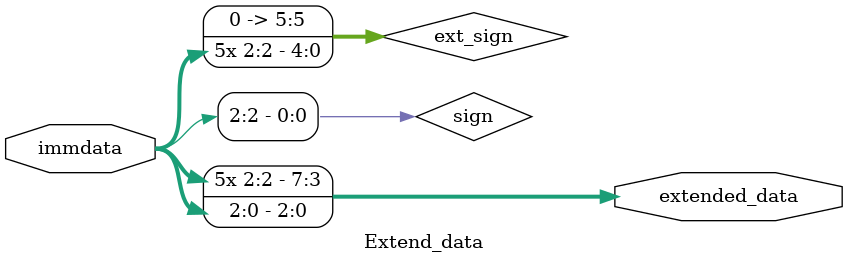
<source format=v>
`timescale 1ns / 1ps

module Extend_data(
    input [2:0] immdata,
    output [7:0] extended_data
    );
    
    wire sign;
    assign sign  = immdata[2];
    wire [5:0]ext_sign;
    assign ext_sign = {5{sign}};
    assign extended_data={ext_sign,immdata};
    
     
endmodule

</source>
